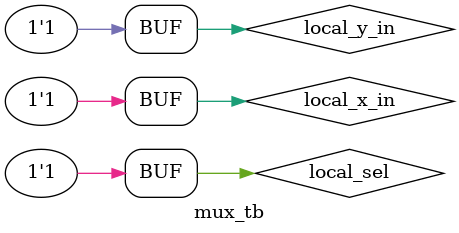
<source format=v>
/* Title: two_by_one_mux.v
 * Author: Sergiy Kolodyazhnyy <skolodya@msudenver.edu>
 * Date: March 9, 2017
 * Purpose: Structural verilog code implementing 2x1 multiplexer
 * Developed on: Ubuntu 16.04 LTS , Quartus Prime Lite 16.1
 * Tested on: DE1-SoC , Cyclone V , 5CSEMA5F31
 */
module two_by_one_mux(m_out,x_in,y_in,sel);
    output m_out;
    input x_in,y_in,sel;
    wire s_not,m1,m2;
    not s1(s_not,sel);
    and and1(m1,s_not,x_in);
    and and2(m2,sel,y_in);
    or or1(m_out,m1,m2);
endmodule

module mux_tb;

    reg local_x_in,local_sel,local_y_in;
    wire local_m_out;

    two_by_one_mux tbom(local_m_out,local_x_in,local_y_in,local_sel);

    initial
    begin
        $monitor($time,"x_in=%b,y_in=%b,sel=%b,---m_out=%b\n",
		           local_x_in,local_y_in,local_sel,local_m_out);
    end
    // Stimulus inputs
    initial begin
            local_x_in=0;local_y_in=0;local_sel=0;
        #10 local_x_in=0;local_y_in=0;local_sel=0;
        #10 local_x_in=0;local_y_in=1;local_sel=0;
        #10 local_x_in=1;local_y_in=0;local_sel=0;
        #10 local_x_in=1;local_y_in=1;local_sel=0;
        #10 local_x_in=0;local_y_in=0;local_sel=1;
        #10 local_x_in=0;local_y_in=1;local_sel=1;
        #10 local_x_in=1;local_y_in=0;local_sel=1;
        #10 local_x_in=1;local_y_in=1;local_sel=1;
    end
endmodule

</source>
